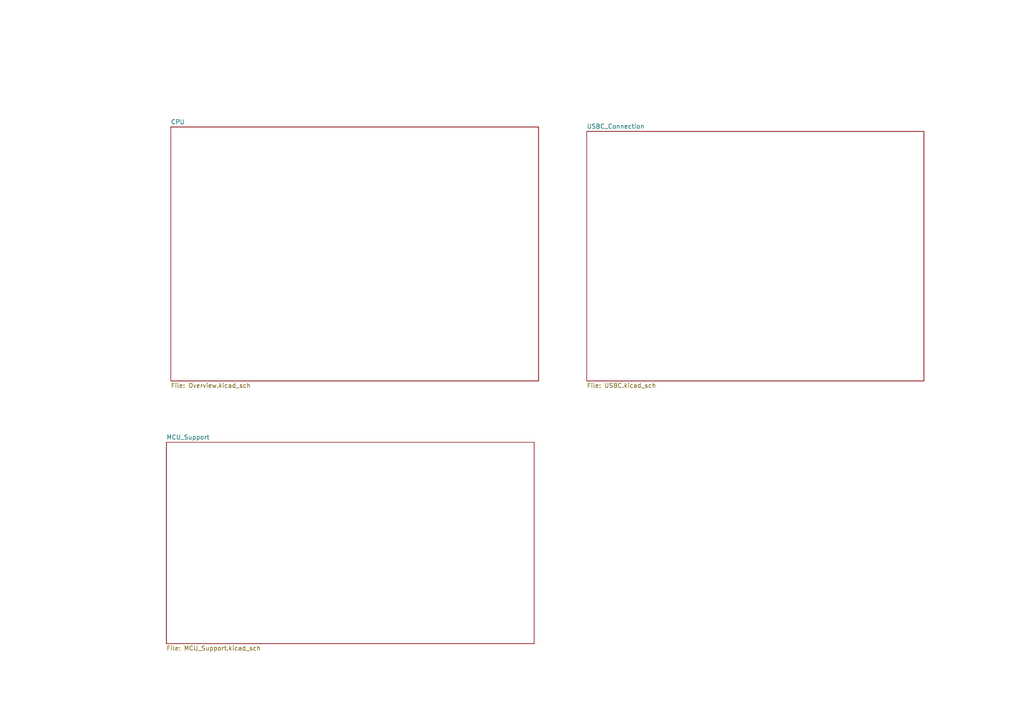
<source format=kicad_sch>
(kicad_sch
	(version 20231120)
	(generator "eeschema")
	(generator_version "8.0")
	(uuid "9aca8c89-643b-4abc-aded-c7b8ee3f258d")
	(paper "A4")
	(lib_symbols)
	(sheet
		(at 49.53 36.83)
		(size 106.68 73.66)
		(fields_autoplaced yes)
		(stroke
			(width 0.1524)
			(type solid)
		)
		(fill
			(color 0 0 0 0.0000)
		)
		(uuid "875c790f-b5c7-4115-8a37-8cb33c59bef6")
		(property "Sheetname" "CPU"
			(at 49.53 36.1184 0)
			(effects
				(font
					(size 1.27 1.27)
				)
				(justify left bottom)
			)
		)
		(property "Sheetfile" "Overview.kicad_sch"
			(at 49.53 111.0746 0)
			(effects
				(font
					(size 1.27 1.27)
				)
				(justify left top)
			)
		)
		(instances
			(project "PawPad_V1"
				(path "/9aca8c89-643b-4abc-aded-c7b8ee3f258d"
					(page "2")
				)
			)
		)
	)
	(sheet
		(at 48.26 128.27)
		(size 106.68 58.42)
		(fields_autoplaced yes)
		(stroke
			(width 0.1524)
			(type solid)
		)
		(fill
			(color 0 0 0 0.0000)
		)
		(uuid "96898466-fe1e-4db6-a78a-1b1b798b53fa")
		(property "Sheetname" "MCU_Support"
			(at 48.26 127.5584 0)
			(effects
				(font
					(size 1.27 1.27)
				)
				(justify left bottom)
			)
		)
		(property "Sheetfile" "MCU_Support.kicad_sch"
			(at 48.26 187.2746 0)
			(effects
				(font
					(size 1.27 1.27)
				)
				(justify left top)
			)
		)
		(instances
			(project "PawPad_V1"
				(path "/9aca8c89-643b-4abc-aded-c7b8ee3f258d"
					(page "4")
				)
			)
		)
	)
	(sheet
		(at 170.18 38.1)
		(size 97.79 72.39)
		(fields_autoplaced yes)
		(stroke
			(width 0.1524)
			(type solid)
		)
		(fill
			(color 0 0 0 0.0000)
		)
		(uuid "f359e05e-e7ef-451d-9339-d19a0855f257")
		(property "Sheetname" "USBC_Connection"
			(at 170.18 37.3884 0)
			(effects
				(font
					(size 1.27 1.27)
				)
				(justify left bottom)
			)
		)
		(property "Sheetfile" "USBC.kicad_sch"
			(at 170.18 111.0746 0)
			(effects
				(font
					(size 1.27 1.27)
				)
				(justify left top)
			)
		)
		(instances
			(project "PawPad_V1"
				(path "/9aca8c89-643b-4abc-aded-c7b8ee3f258d"
					(page "3")
				)
			)
		)
	)
	(sheet_instances
		(path "/"
			(page "1")
		)
	)
)

</source>
